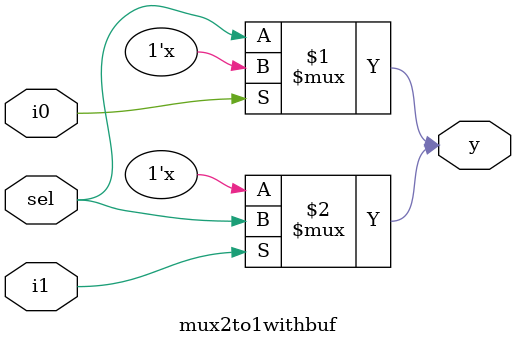
<source format=v>
module mux2to1withbuf(input i0,i1,
                      input sel,
                      output y
);
bufif0 b1(y,sel,i0);
bufif1 b2(y,sel,i1);
endmodule


</source>
